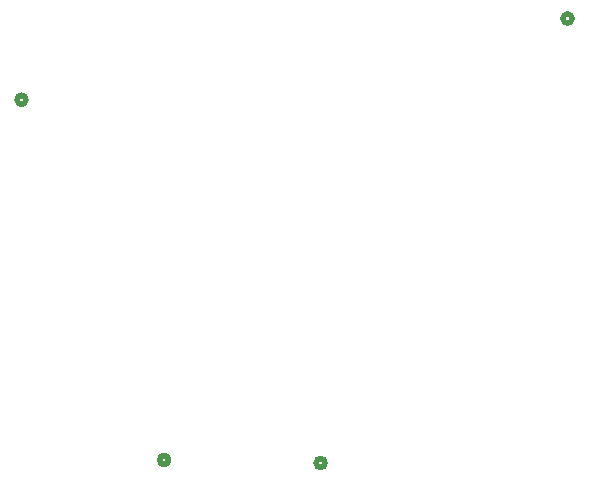
<source format=gbo>
G04*
G04 #@! TF.GenerationSoftware,Altium Limited,Altium Designer,24.1.2 (44)*
G04*
G04 Layer_Color=32896*
%FSLAX44Y44*%
%MOMM*%
G71*
G04*
G04 #@! TF.SameCoordinates,5ACB85F1-2223-4C92-A2CF-7EEF7C6C753D*
G04*
G04*
G04 #@! TF.FilePolarity,Positive*
G04*
G01*
G75*
%ADD10C,0.5080*%
D10*
X408124Y196850D02*
G03*
X408124Y196850I-3810J0D01*
G01*
X617220Y573140D02*
G03*
X617220Y573140I-3810J0D01*
G01*
X275620Y199390D02*
G03*
X275620Y199390I-3810J0D01*
G01*
X154940Y504383D02*
G03*
X154940Y504383I-3810J0D01*
G01*
M02*

</source>
